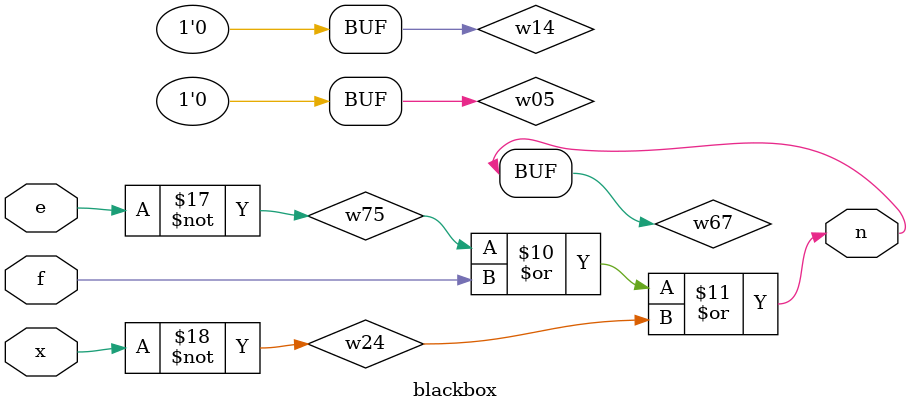
<source format=v>
module blackbox(n, f, x, e);
    output n;
    input  f, x, e;
    wire   w03, w04, w05, w12, w14, w24, w25, w44, w45, w52, w67, w75, w82, w85;
    or  o13(n, w67, w14, w05);
    and a35(w14, w03, w85);
    not n55(w85, w03);
    and a86(w05, w45, w82);
    not n1(w45, w82);
    or  o87(w82, f, e, x);
    and a64(w03, w52, w04);
    not n31(w52, f);
    or  o26(w04, e, w12);
    and a80(w12, w25, w44);
    not n54(w25, x);
    not n56(w44, e);
    or  o16(w67, w75, f, w24);
    not n43(w75, e);
    not n92(w24, x);
endmodule // blackbox

</source>
